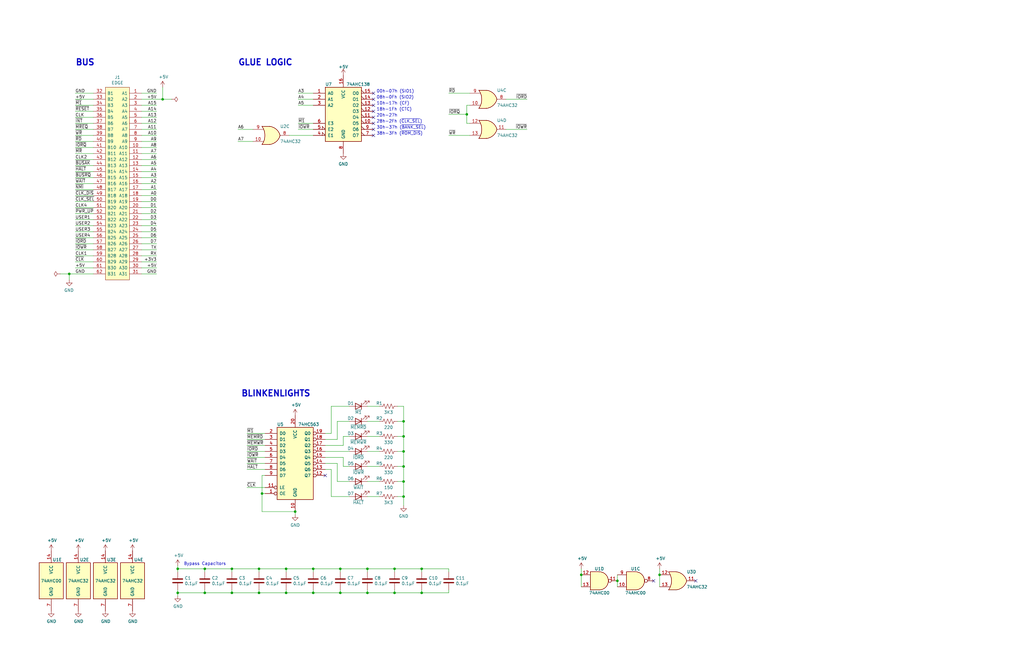
<source format=kicad_sch>
(kicad_sch (version 20211123) (generator eeschema)
  (paper "USLedger")
  (title_block (title "SIO and CTC") (date "2022-10-27") (rev "1") (company "Frédéric Segard a.k.a. Micro Hobbyist"))
  (lib_symbols
    (symbol "0_Z80_Library:74HC563" (pin_names (offset 1.016))
      (property "Reference" "U" (at 1.27 19.05 0))
      (property "Value" "74HC563" (at 1.27 16.51 0))
      (symbol "74HC563_1_0"
        (pin input inverted (at -12.7 -12.7 0) (length 5.08) (name "OE") (number "1"))
        (pin power_in line (at 0 -20.32 90) (length 5.08) (name "GND") (number "10"))
        (pin input inverted (at -12.7 -10.16 0) (length 5.08) (name "LE") (number "11"))
        (pin tri_state inverted (at 12.7 -5.08 180) (length 5.08) (name "Q7") (number "12"))
        (pin tri_state inverted (at 12.7 -2.54 180) (length 5.08) (name "Q6") (number "13"))
        (pin tri_state inverted (at 12.7 0 180) (length 5.08) (name "Q5") (number "14"))
        (pin tri_state inverted (at 12.7 2.54 180) (length 5.08) (name "Q4") (number "15"))
        (pin tri_state inverted (at 12.7 5.08 180) (length 5.08) (name "Q3") (number "16"))
        (pin tri_state inverted (at 12.7 7.62 180) (length 5.08) (name "Q2") (number "17"))
        (pin tri_state inverted (at 12.7 10.16 180) (length 5.08) (name "Q1") (number "18"))
        (pin tri_state inverted (at 12.7 12.7 180) (length 5.08) (name "Q0") (number "19"))
        (pin input line (at -12.7 12.7 0) (length 5.08) (name "D0") (number "2"))
        (pin power_in line (at 0 20.32 270) (length 5.08) (name "VCC") (number "20"))
        (pin input line (at -12.7 10.16 0) (length 5.08) (name "D1") (number "3"))
        (pin input line (at -12.7 7.62 0) (length 5.08) (name "D2") (number "4"))
        (pin input line (at -12.7 5.08 0) (length 5.08) (name "D3") (number "5"))
        (pin input line (at -12.7 2.54 0) (length 5.08) (name "D4") (number "6"))
        (pin input line (at -12.7 0 0) (length 5.08) (name "D5") (number "7"))
        (pin input line (at -12.7 -2.54 0) (length 5.08) (name "D6") (number "8"))
        (pin input line (at -12.7 -5.08 0) (length 5.08) (name "D7") (number "9"))
      )
    )
    (symbol "0_Z80_Library:ISA_CARD_CONNECTOR" (pin_names (offset 0.762))
      (property "Reference" "J" (at 0 4.445 0))
      (property "Value" "ISA_CARD_CONNECTOR" (at 0 1.905 0))
      (symbol "ISA_CARD_CONNECTOR_0_0"
        (pin passive line (at 10.16 -2.54 180) (length 5.08) (name "A1") (number "1"))
        (pin passive line (at 10.16 -25.4 180) (length 5.08) (name "A10") (number "10"))
        (pin passive line (at 10.16 -27.94 180) (length 5.08) (name "A11") (number "11"))
        (pin passive line (at 10.16 -30.48 180) (length 5.08) (name "A12") (number "12"))
        (pin passive line (at 10.16 -33.02 180) (length 5.08) (name "A13") (number "13"))
        (pin passive line (at 10.16 -35.56 180) (length 5.08) (name "A14") (number "14"))
        (pin passive line (at 10.16 -38.1 180) (length 5.08) (name "A15") (number "15"))
        (pin passive line (at 10.16 -40.64 180) (length 5.08) (name "A16") (number "16"))
        (pin passive line (at 10.16 -43.18 180) (length 5.08) (name "A17") (number "17"))
        (pin passive line (at 10.16 -45.72 180) (length 5.08) (name "A18") (number "18"))
        (pin passive line (at 10.16 -48.26 180) (length 5.08) (name "A19") (number "19"))
        (pin passive line (at 10.16 -5.08 180) (length 5.08) (name "A2") (number "2"))
        (pin passive line (at 10.16 -50.8 180) (length 5.08) (name "A20") (number "20"))
        (pin passive line (at 10.16 -53.34 180) (length 5.08) (name "A21") (number "21"))
        (pin passive line (at 10.16 -55.88 180) (length 5.08) (name "A22") (number "22"))
        (pin passive line (at 10.16 -58.42 180) (length 5.08) (name "A23") (number "23"))
        (pin passive line (at 10.16 -60.96 180) (length 5.08) (name "A24") (number "24"))
        (pin passive line (at 10.16 -63.5 180) (length 5.08) (name "A25") (number "25"))
        (pin passive line (at 10.16 -66.04 180) (length 5.08) (name "A26") (number "26"))
        (pin passive line (at 10.16 -68.58 180) (length 5.08) (name "A27") (number "27"))
        (pin passive line (at 10.16 -71.12 180) (length 5.08) (name "A28") (number "28"))
        (pin passive line (at 10.16 -73.66 180) (length 5.08) (name "A29") (number "29"))
        (pin passive line (at 10.16 -7.62 180) (length 5.08) (name "A3") (number "3"))
        (pin passive line (at 10.16 -76.2 180) (length 5.08) (name "A30") (number "30"))
        (pin passive line (at 10.16 -78.74 180) (length 5.08) (name "A31") (number "31"))
        (pin passive line (at -10.16 -2.54 0) (length 5.08) (name "B1") (number "32"))
        (pin passive line (at -10.16 -5.08 0) (length 5.08) (name "B2") (number "33"))
        (pin passive line (at -10.16 -7.62 0) (length 5.08) (name "B3") (number "34"))
        (pin passive line (at -10.16 -10.16 0) (length 5.08) (name "B4") (number "35"))
        (pin passive line (at -10.16 -12.7 0) (length 5.08) (name "B5") (number "36"))
        (pin passive line (at -10.16 -15.24 0) (length 5.08) (name "B6") (number "37"))
        (pin passive line (at -10.16 -17.78 0) (length 5.08) (name "B7") (number "38"))
        (pin passive line (at -10.16 -20.32 0) (length 5.08) (name "B8") (number "39"))
        (pin passive line (at 10.16 -10.16 180) (length 5.08) (name "A4") (number "4"))
        (pin passive line (at -10.16 -22.86 0) (length 5.08) (name "B9") (number "40"))
        (pin passive line (at -10.16 -25.4 0) (length 5.08) (name "B10") (number "41"))
        (pin passive line (at -10.16 -27.94 0) (length 5.08) (name "B11") (number "42"))
        (pin passive line (at -10.16 -30.48 0) (length 5.08) (name "B12") (number "43"))
        (pin passive line (at -10.16 -33.02 0) (length 5.08) (name "B13") (number "44"))
        (pin passive line (at -10.16 -35.56 0) (length 5.08) (name "B14") (number "45"))
        (pin passive line (at -10.16 -38.1 0) (length 5.08) (name "B15") (number "46"))
        (pin passive line (at -10.16 -40.64 0) (length 5.08) (name "B16") (number "47"))
        (pin passive line (at -10.16 -43.18 0) (length 5.08) (name "B17") (number "48"))
        (pin passive line (at -10.16 -45.72 0) (length 5.08) (name "B18") (number "49"))
        (pin passive line (at 10.16 -12.7 180) (length 5.08) (name "A5") (number "5"))
        (pin passive line (at -10.16 -48.26 0) (length 5.08) (name "B19") (number "50"))
        (pin passive line (at -10.16 -50.8 0) (length 5.08) (name "B20") (number "51"))
        (pin passive line (at -10.16 -53.34 0) (length 5.08) (name "B21") (number "52"))
        (pin passive line (at -10.16 -55.88 0) (length 5.08) (name "B22") (number "53"))
        (pin passive line (at -10.16 -58.42 0) (length 5.08) (name "B23") (number "54"))
        (pin passive line (at -10.16 -60.96 0) (length 5.08) (name "B24") (number "55"))
        (pin passive line (at -10.16 -63.5 0) (length 5.08) (name "B25") (number "56"))
        (pin passive line (at -10.16 -66.04 0) (length 5.08) (name "B26") (number "57"))
        (pin passive line (at -10.16 -68.58 0) (length 5.08) (name "B27") (number "58"))
        (pin passive line (at -10.16 -71.12 0) (length 5.08) (name "B28") (number "59"))
        (pin passive line (at 10.16 -15.24 180) (length 5.08) (name "A6") (number "6"))
        (pin passive line (at -10.16 -73.66 0) (length 5.08) (name "B29") (number "60"))
        (pin passive line (at -10.16 -76.2 0) (length 5.08) (name "B30") (number "61"))
        (pin passive line (at -10.16 -78.74 0) (length 5.08) (name "B31") (number "62"))
        (pin passive line (at 10.16 -17.78 180) (length 5.08) (name "A7") (number "7"))
        (pin passive line (at 10.16 -20.32 180) (length 5.08) (name "A8") (number "8"))
        (pin passive line (at 10.16 -22.86 180) (length 5.08) (name "A9") (number "9"))
      )
    )
    (symbol "74xx:74HC00" (pin_names (offset 1.016))
      (property "Reference" "U" (at 0 1.27 0))
      (property "Value" "74HC00" (at 0 -1.27 0))
      (symbol "74HC00_1_1"
        (pin input line (at -7.62 2.54 0) (length 3.81) (name "~") (number "1"))
        (pin input line (at -7.62 -2.54 0) (length 3.81) (name "~") (number "2"))
        (pin output inverted (at 7.62 0 180) (length 3.81) (name "~") (number "3"))
      )
      (symbol "74HC00_1_2"
        (pin input inverted (at -7.62 2.54 0) (length 4.318) (name "~") (number "1"))
        (pin input inverted (at -7.62 -2.54 0) (length 4.318) (name "~") (number "2"))
        (pin output line (at 7.62 0 180) (length 3.81) (name "~") (number "3"))
      )
      (symbol "74HC00_2_1"
        (pin input line (at -7.62 2.54 0) (length 3.81) (name "~") (number "4"))
        (pin input line (at -7.62 -2.54 0) (length 3.81) (name "~") (number "5"))
        (pin output inverted (at 7.62 0 180) (length 3.81) (name "~") (number "6"))
      )
      (symbol "74HC00_2_2"
        (pin input inverted (at -7.62 2.54 0) (length 4.318) (name "~") (number "4"))
        (pin input inverted (at -7.62 -2.54 0) (length 4.318) (name "~") (number "5"))
        (pin output line (at 7.62 0 180) (length 3.81) (name "~") (number "6"))
      )
      (symbol "74HC00_3_1"
        (pin input line (at -7.62 -2.54 0) (length 3.81) (name "~") (number "10"))
        (pin output inverted (at 7.62 0 180) (length 3.81) (name "~") (number "8"))
        (pin input line (at -7.62 2.54 0) (length 3.81) (name "~") (number "9"))
      )
      (symbol "74HC00_3_2"
        (pin input inverted (at -7.62 -2.54 0) (length 4.318) (name "~") (number "10"))
        (pin output line (at 7.62 0 180) (length 3.81) (name "~") (number "8"))
        (pin input inverted (at -7.62 2.54 0) (length 4.318) (name "~") (number "9"))
      )
      (symbol "74HC00_4_1"
        (pin output inverted (at 7.62 0 180) (length 3.81) (name "~") (number "11"))
        (pin input line (at -7.62 2.54 0) (length 3.81) (name "~") (number "12"))
        (pin input line (at -7.62 -2.54 0) (length 3.81) (name "~") (number "13"))
      )
      (symbol "74HC00_4_2"
        (pin output line (at 7.62 0 180) (length 3.81) (name "~") (number "11"))
        (pin input inverted (at -7.62 2.54 0) (length 4.318) (name "~") (number "12"))
        (pin input inverted (at -7.62 -2.54 0) (length 4.318) (name "~") (number "13"))
      )
      (symbol "74HC00_5_0"
        (pin power_in line (at 0 12.7 270) (length 5.08) (name "VCC") (number "14"))
        (pin power_in line (at 0 -12.7 90) (length 5.08) (name "GND") (number "7"))
      )
    )
    (symbol "74xx:74LS138" (pin_names (offset 1.016))
      (property "Reference" "U" (at -7.62 11.43 0))
      (property "Value" "74LS138" (at -7.62 -13.97 0))
      (symbol "74LS138_1_0"
        (pin input line (at -12.7 7.62 0) (length 5.08) (name "A0") (number "1"))
        (pin output output_low (at 12.7 -5.08 180) (length 5.08) (name "O5") (number "10"))
        (pin output output_low (at 12.7 -2.54 180) (length 5.08) (name "O4") (number "11"))
        (pin output output_low (at 12.7 0 180) (length 5.08) (name "O3") (number "12"))
        (pin output output_low (at 12.7 2.54 180) (length 5.08) (name "O2") (number "13"))
        (pin output output_low (at 12.7 5.08 180) (length 5.08) (name "O1") (number "14"))
        (pin output output_low (at 12.7 7.62 180) (length 5.08) (name "O0") (number "15"))
        (pin power_in line (at 0 15.24 270) (length 5.08) (name "VCC") (number "16"))
        (pin input line (at -12.7 5.08 0) (length 5.08) (name "A1") (number "2"))
        (pin input line (at -12.7 2.54 0) (length 5.08) (name "A2") (number "3"))
        (pin input input_low (at -12.7 -10.16 0) (length 5.08) (name "E1") (number "4"))
        (pin input input_low (at -12.7 -7.62 0) (length 5.08) (name "E2") (number "5"))
        (pin input line (at -12.7 -5.08 0) (length 5.08) (name "E3") (number "6"))
        (pin output output_low (at 12.7 -10.16 180) (length 5.08) (name "O7") (number "7"))
        (pin power_in line (at 0 -17.78 90) (length 5.08) (name "GND") (number "8"))
        (pin output output_low (at 12.7 -7.62 180) (length 5.08) (name "O6") (number "9"))
      )
    )
    (symbol "74xx:74LS32" (pin_names (offset 1.016))
      (property "Reference" "U" (at 0 1.27 0))
      (property "Value" "74LS32" (at 0 -1.27 0))
      (symbol "74LS32_1_1"
        (pin input line (at -7.62 2.54 0) (length 4.318) (name "~") (number "1"))
        (pin input line (at -7.62 -2.54 0) (length 4.318) (name "~") (number "2"))
        (pin output line (at 7.62 0 180) (length 3.81) (name "~") (number "3"))
      )
      (symbol "74LS32_1_2"
        (pin input inverted (at -7.62 2.54 0) (length 3.81) (name "~") (number "1"))
        (pin input inverted (at -7.62 -2.54 0) (length 3.81) (name "~") (number "2"))
        (pin output inverted (at 7.62 0 180) (length 3.81) (name "~") (number "3"))
      )
      (symbol "74LS32_2_1"
        (pin input line (at -7.62 2.54 0) (length 4.318) (name "~") (number "4"))
        (pin input line (at -7.62 -2.54 0) (length 4.318) (name "~") (number "5"))
        (pin output line (at 7.62 0 180) (length 3.81) (name "~") (number "6"))
      )
      (symbol "74LS32_2_2"
        (pin input inverted (at -7.62 2.54 0) (length 3.81) (name "~") (number "4"))
        (pin input inverted (at -7.62 -2.54 0) (length 3.81) (name "~") (number "5"))
        (pin output inverted (at 7.62 0 180) (length 3.81) (name "~") (number "6"))
      )
      (symbol "74LS32_3_1"
        (pin input line (at -7.62 -2.54 0) (length 4.318) (name "~") (number "10"))
        (pin output line (at 7.62 0 180) (length 3.81) (name "~") (number "8"))
        (pin input line (at -7.62 2.54 0) (length 4.318) (name "~") (number "9"))
      )
      (symbol "74LS32_3_2"
        (pin input inverted (at -7.62 -2.54 0) (length 3.81) (name "~") (number "10"))
        (pin output inverted (at 7.62 0 180) (length 3.81) (name "~") (number "8"))
        (pin input inverted (at -7.62 2.54 0) (length 3.81) (name "~") (number "9"))
      )
      (symbol "74LS32_4_1"
        (pin output line (at 7.62 0 180) (length 3.81) (name "~") (number "11"))
        (pin input line (at -7.62 2.54 0) (length 4.318) (name "~") (number "12"))
        (pin input line (at -7.62 -2.54 0) (length 4.318) (name "~") (number "13"))
      )
      (symbol "74LS32_4_2"
        (pin output inverted (at 7.62 0 180) (length 3.81) (name "~") (number "11"))
        (pin input inverted (at -7.62 2.54 0) (length 3.81) (name "~") (number "12"))
        (pin input inverted (at -7.62 -2.54 0) (length 3.81) (name "~") (number "13"))
      )
      (symbol "74LS32_5_0"
        (pin power_in line (at 0 12.7 270) (length 5.08) (name "VCC") (number "14"))
        (pin power_in line (at 0 -12.7 90) (length 5.08) (name "GND") (number "7"))
      )
    )
    (symbol "Device:C" (pin_numbers hide) (pin_names (offset 0.254))
      (property "Reference" "C" (at 0.635 2.54 0))
      (property "Value" "C" (at 0.635 -2.54 0))
      (symbol "C_1_1"
        (pin passive line (at 0 3.81 270) (length 2.794) (name "~") (number "1"))
        (pin passive line (at 0 -3.81 90) (length 2.794) (name "~") (number "2"))
      )
    )
    (symbol "Device:LED" (pin_numbers hide) (pin_names (offset 1.016) hide)
      (property "Reference" "D" (at 0 2.54 0))
      (property "Value" "LED" (at 0 -2.54 0))
      (symbol "LED_1_1"
        (pin passive line (at -3.81 0 0) (length 2.54) (name "K") (number "1"))
        (pin passive line (at 3.81 0 180) (length 2.54) (name "A") (number "2"))
      )
    )
    (symbol "Device:R_US" (pin_numbers hide) (pin_names (offset 0))
      (property "Reference" "R" (at 2.54 0 90))
      (property "Value" "R_US" (at -2.54 0 90))
      (symbol "R_US_1_1"
        (pin passive line (at 0 3.81 270) (length 1.27) (name "~") (number "1"))
        (pin passive line (at 0 -3.81 90) (length 1.27) (name "~") (number "2"))
      )
    )
    (symbol "power:+5V" (power) (pin_names (offset 0))
      (property "Value" "+5V" (at 0 3.556 0))
      (symbol "+5V_1_1"
        (pin power_in line (at 0 0 90) (length 0) hide (name "+5V") (number "1"))
      )
    )
    (symbol "power:GND" (power) (pin_names (offset 0))
      (property "Value" "GND" (at 0 -3.81 0))
      (symbol "GND_1_1"
        (pin power_in line (at 0 0 270) (length 0) hide (name "GND") (number "1"))
      )
    )
    (symbol "power:PWR_FLAG" (power) (pin_numbers hide) (pin_names (offset 0) hide)
      (property "Value" "PWR_FLAG" (at 0 3.81 0))
      (symbol "PWR_FLAG_0_0"
        (pin power_out line (at 0 0 90) (length 0) (name "pwr") (number "1"))
      )
    )
  )
  (junction (at 97.79 240.03))
  (junction (at 170.18 196.85))
  (junction (at 132.08 250.19))
  (junction (at 278.13 242.57))
  (junction (at 109.22 240.03))
  (junction (at 29.21 115.57))
  (junction (at 74.93 240.03))
  (junction (at 177.8 250.19))
  (junction (at 154.94 240.03))
  (junction (at 170.18 209.55))
  (junction (at 110.49 208.28))
  (junction (at 97.79 250.19))
  (junction (at 154.94 250.19))
  (junction (at 177.8 240.03))
  (junction (at 143.51 250.19))
  (junction (at 170.18 203.2))
  (junction (at 170.18 177.8))
  (junction (at 124.46 215.9))
  (junction (at 68.58 41.91))
  (junction (at 86.36 240.03))
  (junction (at 132.08 240.03))
  (junction (at 170.18 184.15))
  (junction (at 74.93 250.19))
  (junction (at 170.18 190.5))
  (junction (at 120.65 250.19))
  (junction (at 120.65 240.03))
  (junction (at 143.51 240.03))
  (junction (at 196.85 48.26))
  (junction (at 245.11 242.57))
  (junction (at 166.37 240.03))
  (junction (at 86.36 250.19))
  (junction (at 260.35 245.11))
  (junction (at 109.22 250.19))
  (junction (at 166.37 250.19))
  (no_connect (at 157.48 44.45))
  (no_connect (at 137.16 200.66))
  (no_connect (at 275.59 245.11))
  (no_connect (at 293.37 245.11))
  (no_connect (at 157.48 46.99))
  (no_connect (at 157.48 52.07))
  (no_connect (at 157.48 54.61))
  (no_connect (at 157.48 57.15))
  (no_connect (at 157.48 49.53))
  (no_connect (at 157.48 39.37))
  (no_connect (at 157.48 41.91))
  (wire (pts (xy 31.75 39.37) (xy 39.37 39.37)))
  (wire (pts (xy 59.69 105.41) (xy 66.04 105.41)))
  (wire (pts (xy 166.37 241.3) (xy 166.37 240.03)))
  (wire (pts (xy 189.23 241.3) (xy 189.23 240.03)))
  (wire (pts (xy 170.18 177.8) (xy 170.18 184.15)))
  (wire (pts (xy 137.16 195.58) (xy 142.24 195.58)))
  (wire (pts (xy 104.14 182.88) (xy 111.76 182.88)))
  (wire (pts (xy 59.69 95.25) (xy 66.04 95.25)))
  (wire (pts (xy 177.8 240.03) (xy 166.37 240.03)))
  (wire (pts (xy 144.78 193.04) (xy 144.78 196.85)))
  (wire (pts (xy 167.64 203.2) (xy 170.18 203.2)))
  (wire (pts (xy 167.64 190.5) (xy 170.18 190.5)))
  (wire (pts (xy 31.75 87.63) (xy 39.37 87.63)))
  (wire (pts (xy 154.94 209.55) (xy 160.02 209.55)))
  (wire (pts (xy 109.22 248.92) (xy 109.22 250.19)))
  (wire (pts (xy 59.69 54.61) (xy 66.04 54.61)))
  (wire (pts (xy 31.75 59.69) (xy 39.37 59.69)))
  (wire (pts (xy 59.69 69.85) (xy 66.04 69.85)))
  (wire (pts (xy 74.93 248.92) (xy 74.93 250.19)))
  (wire (pts (xy 120.65 240.03) (xy 109.22 240.03)))
  (wire (pts (xy 31.75 74.93) (xy 39.37 74.93)))
  (wire (pts (xy 31.75 82.55) (xy 39.37 82.55)))
  (wire (pts (xy 29.21 115.57) (xy 39.37 115.57)))
  (wire (pts (xy 132.08 250.19) (xy 143.51 250.19)))
  (wire (pts (xy 31.75 62.23) (xy 39.37 62.23)))
  (wire (pts (xy 142.24 185.42) (xy 142.24 177.8)))
  (wire (pts (xy 137.16 182.88) (xy 139.7 182.88)))
  (wire (pts (xy 189.23 39.37) (xy 198.12 39.37)))
  (wire (pts (xy 86.36 240.03) (xy 74.93 240.03)))
  (wire (pts (xy 170.18 190.5) (xy 170.18 196.85)))
  (wire (pts (xy 142.24 195.58) (xy 142.24 203.2)))
  (wire (pts (xy 121.92 57.15) (xy 132.08 57.15)))
  (wire (pts (xy 59.69 102.87) (xy 66.04 102.87)))
  (wire (pts (xy 97.79 250.19) (xy 109.22 250.19)))
  (wire (pts (xy 59.69 92.71) (xy 66.04 92.71)))
  (wire (pts (xy 154.94 177.8) (xy 160.02 177.8)))
  (wire (pts (xy 167.64 171.45) (xy 170.18 171.45)))
  (wire (pts (xy 167.64 184.15) (xy 170.18 184.15)))
  (wire (pts (xy 120.65 241.3) (xy 120.65 240.03)))
  (wire (pts (xy 31.75 44.45) (xy 39.37 44.45)))
  (wire (pts (xy 154.94 248.92) (xy 154.94 250.19)))
  (wire (pts (xy 86.36 250.19) (xy 97.79 250.19)))
  (wire (pts (xy 104.14 193.04) (xy 111.76 193.04)))
  (wire (pts (xy 59.69 100.33) (xy 66.04 100.33)))
  (wire (pts (xy 177.8 250.19) (xy 189.23 250.19)))
  (wire (pts (xy 109.22 250.19) (xy 120.65 250.19)))
  (wire (pts (xy 167.64 196.85) (xy 170.18 196.85)))
  (wire (pts (xy 196.85 44.45) (xy 198.12 44.45)))
  (wire (pts (xy 31.75 52.07) (xy 39.37 52.07)))
  (wire (pts (xy 120.65 248.92) (xy 120.65 250.19)))
  (wire (pts (xy 59.69 41.91) (xy 68.58 41.91)))
  (wire (pts (xy 31.75 107.95) (xy 39.37 107.95)))
  (wire (pts (xy 189.23 248.92) (xy 189.23 250.19)))
  (wire (pts (xy 31.75 95.25) (xy 39.37 95.25)))
  (wire (pts (xy 170.18 203.2) (xy 170.18 209.55)))
  (wire (pts (xy 125.73 54.61) (xy 132.08 54.61)))
  (wire (pts (xy 139.7 182.88) (xy 139.7 171.45)))
  (wire (pts (xy 125.73 44.45) (xy 132.08 44.45)))
  (wire (pts (xy 196.85 52.07) (xy 198.12 52.07)))
  (wire (pts (xy 31.75 90.17) (xy 39.37 90.17)))
  (wire (pts (xy 100.33 59.69) (xy 106.68 59.69)))
  (wire (pts (xy 125.73 52.07) (xy 132.08 52.07)))
  (wire (pts (xy 97.79 240.03) (xy 86.36 240.03)))
  (wire (pts (xy 74.93 250.19) (xy 86.36 250.19)))
  (wire (pts (xy 137.16 185.42) (xy 142.24 185.42)))
  (wire (pts (xy 31.75 105.41) (xy 39.37 105.41)))
  (wire (pts (xy 74.93 240.03) (xy 74.93 241.3)))
  (wire (pts (xy 59.69 90.17) (xy 66.04 90.17)))
  (wire (pts (xy 213.36 41.91) (xy 222.25 41.91)))
  (wire (pts (xy 104.14 205.74) (xy 111.76 205.74)))
  (wire (pts (xy 31.75 80.01) (xy 39.37 80.01)))
  (wire (pts (xy 137.16 190.5) (xy 147.32 190.5)))
  (wire (pts (xy 31.75 110.49) (xy 39.37 110.49)))
  (wire (pts (xy 31.75 57.15) (xy 39.37 57.15)))
  (wire (pts (xy 170.18 171.45) (xy 170.18 177.8)))
  (wire (pts (xy 189.23 57.15) (xy 198.12 57.15)))
  (wire (pts (xy 167.64 177.8) (xy 170.18 177.8)))
  (wire (pts (xy 132.08 248.92) (xy 132.08 250.19)))
  (wire (pts (xy 74.93 250.19) (xy 74.93 251.46)))
  (wire (pts (xy 104.14 198.12) (xy 111.76 198.12)))
  (wire (pts (xy 97.79 241.3) (xy 97.79 240.03)))
  (wire (pts (xy 110.49 200.66) (xy 110.49 208.28)))
  (wire (pts (xy 139.7 209.55) (xy 147.32 209.55)))
  (wire (pts (xy 278.13 242.57) (xy 278.13 247.65)))
  (wire (pts (xy 125.73 39.37) (xy 132.08 39.37)))
  (wire (pts (xy 31.75 46.99) (xy 39.37 46.99)))
  (wire (pts (xy 260.35 245.11) (xy 260.35 247.65)))
  (wire (pts (xy 154.94 184.15) (xy 160.02 184.15)))
  (wire (pts (xy 170.18 209.55) (xy 170.18 213.36)))
  (wire (pts (xy 132.08 241.3) (xy 132.08 240.03)))
  (wire (pts (xy 111.76 200.66) (xy 110.49 200.66)))
  (wire (pts (xy 59.69 46.99) (xy 66.04 46.99)))
  (wire (pts (xy 31.75 92.71) (xy 39.37 92.71)))
  (wire (pts (xy 189.23 240.03) (xy 177.8 240.03)))
  (wire (pts (xy 154.94 190.5) (xy 160.02 190.5)))
  (wire (pts (xy 170.18 196.85) (xy 170.18 203.2)))
  (wire (pts (xy 144.78 196.85) (xy 147.32 196.85)))
  (wire (pts (xy 139.7 171.45) (xy 147.32 171.45)))
  (wire (pts (xy 59.69 64.77) (xy 66.04 64.77)))
  (wire (pts (xy 177.8 248.92) (xy 177.8 250.19)))
  (wire (pts (xy 260.35 242.57) (xy 260.35 245.11)))
  (wire (pts (xy 86.36 248.92) (xy 86.36 250.19)))
  (wire (pts (xy 59.69 74.93) (xy 66.04 74.93)))
  (wire (pts (xy 144.78 187.96) (xy 144.78 184.15)))
  (wire (pts (xy 125.73 41.91) (xy 132.08 41.91)))
  (wire (pts (xy 137.16 193.04) (xy 144.78 193.04)))
  (wire (pts (xy 29.21 115.57) (xy 29.21 118.11)))
  (wire (pts (xy 31.75 97.79) (xy 39.37 97.79)))
  (wire (pts (xy 166.37 240.03) (xy 154.94 240.03)))
  (wire (pts (xy 104.14 187.96) (xy 111.76 187.96)))
  (wire (pts (xy 59.69 52.07) (xy 66.04 52.07)))
  (wire (pts (xy 59.69 87.63) (xy 66.04 87.63)))
  (wire (pts (xy 59.69 59.69) (xy 66.04 59.69)))
  (wire (pts (xy 100.33 54.61) (xy 106.68 54.61)))
  (wire (pts (xy 59.69 113.03) (xy 66.04 113.03)))
  (wire (pts (xy 59.69 85.09) (xy 66.04 85.09)))
  (wire (pts (xy 59.69 39.37) (xy 66.04 39.37)))
  (wire (pts (xy 59.69 72.39) (xy 66.04 72.39)))
  (wire (pts (xy 68.58 36.83) (xy 68.58 41.91)))
  (wire (pts (xy 110.49 208.28) (xy 110.49 215.9)))
  (wire (pts (xy 59.69 49.53) (xy 66.04 49.53)))
  (wire (pts (xy 31.75 49.53) (xy 39.37 49.53)))
  (wire (pts (xy 66.04 110.49) (xy 59.69 110.49)))
  (wire (pts (xy 25.4 115.57) (xy 29.21 115.57)))
  (wire (pts (xy 31.75 85.09) (xy 39.37 85.09)))
  (wire (pts (xy 31.75 77.47) (xy 39.37 77.47)))
  (wire (pts (xy 109.22 240.03) (xy 97.79 240.03)))
  (wire (pts (xy 31.75 113.03) (xy 39.37 113.03)))
  (wire (pts (xy 142.24 203.2) (xy 147.32 203.2)))
  (wire (pts (xy 144.78 184.15) (xy 147.32 184.15)))
  (wire (pts (xy 110.49 208.28) (xy 111.76 208.28)))
  (wire (pts (xy 143.51 240.03) (xy 132.08 240.03)))
  (wire (pts (xy 137.16 187.96) (xy 144.78 187.96)))
  (wire (pts (xy 104.14 195.58) (xy 111.76 195.58)))
  (wire (pts (xy 132.08 240.03) (xy 120.65 240.03)))
  (wire (pts (xy 167.64 209.55) (xy 170.18 209.55)))
  (wire (pts (xy 137.16 198.12) (xy 139.7 198.12)))
  (wire (pts (xy 245.11 247.65) (xy 245.11 242.57)))
  (wire (pts (xy 170.18 184.15) (xy 170.18 190.5)))
  (wire (pts (xy 154.94 241.3) (xy 154.94 240.03)))
  (wire (pts (xy 124.46 215.9) (xy 110.49 215.9)))
  (wire (pts (xy 196.85 48.26) (xy 196.85 52.07)))
  (wire (pts (xy 104.14 190.5) (xy 111.76 190.5)))
  (wire (pts (xy 104.14 185.42) (xy 111.76 185.42)))
  (wire (pts (xy 189.23 48.26) (xy 196.85 48.26)))
  (wire (pts (xy 166.37 250.19) (xy 177.8 250.19)))
  (wire (pts (xy 59.69 115.57) (xy 66.04 115.57)))
  (wire (pts (xy 31.75 64.77) (xy 39.37 64.77)))
  (wire (pts (xy 86.36 241.3) (xy 86.36 240.03)))
  (wire (pts (xy 31.75 67.31) (xy 39.37 67.31)))
  (wire (pts (xy 59.69 62.23) (xy 66.04 62.23)))
  (wire (pts (xy 278.13 240.03) (xy 278.13 242.57)))
  (wire (pts (xy 154.94 196.85) (xy 160.02 196.85)))
  (wire (pts (xy 59.69 82.55) (xy 66.04 82.55)))
  (wire (pts (xy 245.11 242.57) (xy 245.11 240.03)))
  (wire (pts (xy 177.8 241.3) (xy 177.8 240.03)))
  (wire (pts (xy 74.93 238.76) (xy 74.93 240.03)))
  (wire (pts (xy 31.75 69.85) (xy 39.37 69.85)))
  (wire (pts (xy 31.75 102.87) (xy 39.37 102.87)))
  (wire (pts (xy 143.51 248.92) (xy 143.51 250.19)))
  (wire (pts (xy 142.24 177.8) (xy 147.32 177.8)))
  (wire (pts (xy 97.79 248.92) (xy 97.79 250.19)))
  (wire (pts (xy 31.75 41.91) (xy 39.37 41.91)))
  (wire (pts (xy 196.85 44.45) (xy 196.85 48.26)))
  (wire (pts (xy 143.51 241.3) (xy 143.51 240.03)))
  (wire (pts (xy 31.75 72.39) (xy 39.37 72.39)))
  (wire (pts (xy 59.69 107.95) (xy 66.04 107.95)))
  (wire (pts (xy 109.22 241.3) (xy 109.22 240.03)))
  (wire (pts (xy 31.75 100.33) (xy 39.37 100.33)))
  (wire (pts (xy 72.39 41.91) (xy 68.58 41.91)))
  (wire (pts (xy 139.7 198.12) (xy 139.7 209.55)))
  (wire (pts (xy 124.46 215.9) (xy 124.46 217.17)))
  (wire (pts (xy 59.69 57.15) (xy 66.04 57.15)))
  (wire (pts (xy 59.69 97.79) (xy 66.04 97.79)))
  (wire (pts (xy 143.51 250.19) (xy 154.94 250.19)))
  (wire (pts (xy 154.94 203.2) (xy 160.02 203.2)))
  (wire (pts (xy 59.69 44.45) (xy 66.04 44.45)))
  (wire (pts (xy 59.69 77.47) (xy 66.04 77.47)))
  (wire (pts (xy 59.69 67.31) (xy 66.04 67.31)))
  (wire (pts (xy 120.65 250.19) (xy 132.08 250.19)))
  (wire (pts (xy 59.69 80.01) (xy 66.04 80.01)))
  (wire (pts (xy 166.37 248.92) (xy 166.37 250.19)))
  (wire (pts (xy 154.94 171.45) (xy 160.02 171.45)))
  (wire (pts (xy 154.94 240.03) (xy 143.51 240.03)))
  (wire (pts (xy 154.94 250.19) (xy 166.37 250.19)))
  (wire (pts (xy 213.36 54.61) (xy 222.25 54.61)))
  (wire (pts (xy 31.75 54.61) (xy 39.37 54.61)))
  (text "08h-0Fh (SIO2)" (at 158.75 41.91 0) (effects (font (size 1.27 1.27)) (justify left bottom)))
  (text "38h-3Fh (~{ROM_DIS})" (at 158.75 57.15 0) (effects (font (size 1.27 1.27)) (justify left bottom)))
  (text "GLUE LOGIC" (at 100.33 27.94 0) (effects (font (size 2.54 2.54) (thickness 0.508) bold) (justify left bottom)))
  (text "00h-07h (SIO1)" (at 158.75 39.37 0) (effects (font (size 1.27 1.27)) (justify left bottom)))
  (text "BLINKENLIGHTS" (at 101.6 167.64 0) (effects (font (size 2.54 2.54) (thickness 0.508) bold) (justify left bottom)))
  (text "BUS" (at 31.75 27.94 0) (effects (font (size 2.54 2.54) (thickness 0.508) bold) (justify left bottom)))
  (text "18h-1Fh (CTC)" (at 158.75 46.99 0) (effects (font (size 1.27 1.27)) (justify left bottom)))
  (text "30h-37h (~{BANK_SEL})" (at 158.75 54.61 0) (effects (font (size 1.27 1.27)) (justify left bottom)))
  (text "10h-17h (CF)" (at 158.75 44.45 0) (effects (font (size 1.27 1.27)) (justify left bottom)))
  (text "20h-27h" (at 167.64 49.53 180) (effects (font (size 1.27 1.27)) (justify right bottom)))
  (text "Bypass Capacitors" (at 77.47 238.76 0) (effects (font (size 1.27 1.27)) (justify left bottom)))
  (text "28h-2Fh (~{CLK_SEL})" (at 158.75 52.07 0) (effects (font (size 1.27 1.27)) (justify left bottom)))
  (label "A11" (at 66.04 54.61 180))
  (label "~{WAIT}" (at 104.14 195.58 0))
  (label "A3" (at 125.73 39.37 0))
  (label "A7" (at 66.04 64.77 180))
  (label "~{WR}" (at 31.75 57.15 0))
  (label "A7" (at 100.33 59.69 0))
  (label "USER1" (at 31.75 92.71 0))
  (label "+5V" (at 66.04 113.03 180))
  (label "D0" (at 66.04 85.09 180))
  (label "~{MEMWR}" (at 104.14 187.96 0))
  (label "A6" (at 66.04 67.31 180))
  (label "+5V" (at 31.75 41.91 0))
  (label "~{IORD}" (at 31.75 102.87 0))
  (label "A6" (at 100.33 54.61 0))
  (label "~{MEMRD}" (at 104.14 185.42 0))
  (label "~{MR}" (at 31.75 64.77 0))
  (label "+5V" (at 31.75 113.03 0))
  (label "A15" (at 66.04 44.45 180))
  (label "A5" (at 125.73 44.45 0))
  (label "A9" (at 66.04 59.69 180))
  (label "~{HALT}" (at 104.14 198.12 0))
  (label "GND" (at 31.75 39.37 0))
  (label "A0" (at 66.04 82.55 180))
  (label "GND" (at 66.04 39.37 180))
  (label "A3" (at 66.04 74.93 180))
  (label "~{PWR_UP}" (at 31.75 90.17 0))
  (label "~{M1}" (at 125.73 52.07 0))
  (label "D7" (at 66.04 102.87 180))
  (label "USER2" (at 31.75 95.25 0))
  (label "~{HALT}" (at 31.75 72.39 0))
  (label "A13" (at 66.04 49.53 180))
  (label "D4" (at 66.04 95.25 180))
  (label "~{NMI}" (at 31.75 80.01 0))
  (label "D1" (at 66.04 87.63 180))
  (label "D5" (at 66.04 97.79 180))
  (label "~{CLK_SEL}" (at 31.75 85.09 0))
  (label "~{WAIT}" (at 31.75 77.47 0))
  (label "~{BUSRQ}" (at 31.75 74.93 0))
  (label "A8" (at 66.04 62.23 180))
  (label "A4" (at 66.04 72.39 180))
  (label "A5" (at 66.04 69.85 180))
  (label "~{INT}" (at 31.75 52.07 0))
  (label "GND" (at 31.75 115.57 0))
  (label "~{CLK_DIS}" (at 31.75 82.55 0))
  (label "A1" (at 66.04 80.01 180))
  (label "+5V" (at 66.04 41.91 180))
  (label "CLK" (at 31.75 49.53 0))
  (label "A12" (at 66.04 52.07 180))
  (label "~{IOWR}" (at 104.14 193.04 0))
  (label "~{WR}" (at 189.23 57.15 0))
  (label "A10" (at 66.04 57.15 180))
  (label "~{RD}" (at 189.23 39.37 0))
  (label "D3" (at 66.04 92.71 180))
  (label "~{IORD}" (at 104.14 190.5 0))
  (label "~{M1}" (at 104.14 182.88 0))
  (label "A14" (at 66.04 46.99 180))
  (label "~{M1}" (at 31.75 44.45 0))
  (label "CLK1" (at 31.75 107.95 0))
  (label "~{IORD}" (at 222.25 41.91 180))
  (label "D6" (at 66.04 100.33 180))
  (label "~{CLK}" (at 104.14 205.74 0))
  (label "TX" (at 66.04 105.41 180))
  (label "USER4" (at 31.75 100.33 0))
  (label "~{RESET}" (at 31.75 46.99 0))
  (label "~{IORQ}" (at 189.23 48.26 0))
  (label "~{IOWR}" (at 31.75 105.41 0))
  (label "~{RD}" (at 31.75 59.69 0))
  (label "USER3" (at 31.75 97.79 0))
  (label "+3V3" (at 66.04 110.49 180))
  (label "~{CLK}" (at 31.75 110.49 0))
  (label "RX" (at 66.04 107.95 180))
  (label "~{BUSAK}" (at 31.75 69.85 0))
  (label "~{MREQ}" (at 31.75 54.61 0))
  (label "D2" (at 66.04 90.17 180))
  (label "~{IOWR}" (at 125.73 54.61 0))
  (label "~{IORQ}" (at 31.75 62.23 0))
  (label "GND" (at 66.04 115.57 180))
  (label "A4" (at 125.73 41.91 0))
  (label "CLK2" (at 31.75 67.31 0))
  (label "A2" (at 66.04 77.47 180))
  (label "CLK4" (at 31.75 87.63 0))
  (label "~{IOWR}" (at 222.25 54.61 180))
  (symbol (lib_id "0_Z80_Library:ISA_CARD_CONNECTOR") (at 49.53 36.83 0) (unit 1)
    (property "Reference" "J1" (at 49.53 32.639 0))
    (property "Value" "EDGE" (at 49.53 34.9504 0))
    (property "Footprint" "0_Z80_Library:BUS_XT" (effects hide))
    (property "Datasheet" "https://www.te.com/commerce/DocumentDelivery/DDEController?Action=showdoc&DocId=Customer+Drawing%7F5530843%7FF8%7Fpdf%7FEnglish%7FENG_CD_5530843_F8.pdf%7F6-5530843-5" (effects hide))
    (property "Description" "Standard Card Edge Connectors 100 VRT 062DP" (effects hide))
    (property "Height" "15.494" (effects hide))
    (property "Mouser Part Number" "571-6-5530843-5" (effects hide))
    (property "Mouser Price/Stock" "https://www.mouser.co.uk/ProductDetail/TE-Connectivity/6-5530843-5?qs=X1mjqRbeMc4evMKvgkFEjA%3D%3D" (effects hide))
    (property "Manufacturer_Name" "TE Connectivity" (effects hide))
    (property "Manufacturer_Part_Number" "6-5530843-5" (effects hide))
  )
  (symbol (lib_id "power:GND") (at 170.18 213.36 0) (unit 1)
    (property "Reference" "#PWR021" (effects hide))
    (property "Value" "GND" (at 170.18 217.8034 0))
  )
  (symbol (lib_id "Device:C") (at 120.65 245.11 0) (unit 1)
    (property "Reference" "C5" (at 123.571 243.9416 0) (effects (justify left)))
    (property "Value" "0.1µF" (at 123.571 246.253 0) (effects (justify left)))
    (property "Footprint" "Capacitor_THT:C_Disc_D3.0mm_W1.6mm_P2.50mm" (effects hide))
  )
  (symbol (lib_id "74xx:74LS32") (at 285.75 245.11 0) (unit 4)
    (property "Reference" "U3" (at 289.56 241.3 0) (effects (justify left)))
    (property "Value" "74AHC32" (at 289.56 247.65 0) (effects (justify left)))
    (property "Footprint" "Package_DIP:DIP-14_W7.62mm_Socket" (effects hide))
    (property "Datasheet" "http://www.ti.com/lit/gpn/sn74LS32" (effects hide))
  )
  (symbol (lib_id "Device:LED") (at 151.13 177.8 180) (unit 1)
    (property "Reference" "D2" (at 149.225 176.53 0) (effects (justify left)))
    (property "Value" "~{MEMRD}" (at 151.13 180.34 0))
    (property "Footprint" "LED_THT:LED_D3.0mm_Horizontal_O1.27mm_Z2.0mm_Clear" (effects hide))
  )
  (symbol (lib_id "Device:C") (at 97.79 245.11 0) (unit 1)
    (property "Reference" "C3" (at 100.711 243.9416 0) (effects (justify left)))
    (property "Value" "0.1µF" (at 100.711 246.253 0) (effects (justify left)))
    (property "Footprint" "Capacitor_THT:C_Disc_D3.0mm_W1.6mm_P2.50mm" (effects hide))
  )
  (symbol (lib_id "power:GND") (at 124.46 217.17 0) (unit 1)
    (property "Reference" "#PWR016" (effects hide))
    (property "Value" "GND" (at 124.46 221.6134 0))
  )
  (symbol (lib_id "74xx:74LS32") (at 55.88 245.11 0) (unit 5)
    (property "Reference" "U4" (at 56.515 236.22 0) (effects (justify left)))
    (property "Value" "74AHC32" (at 55.88 245.11 0))
    (property "Footprint" "Package_DIP:DIP-14_W7.62mm_Socket" (effects hide))
    (property "Datasheet" "http://www.ti.com/lit/gpn/sn74LS32" (effects hide))
  )
  (symbol (lib_id "power:+5V") (at 245.11 240.03 0) (unit 1)
    (property "Reference" "#PWR027" (effects hide))
    (property "Value" "+5V" (at 245.491 235.6358 0))
  )
  (symbol (lib_id "power:+5V") (at 68.58 36.83 0) (unit 1)
    (property "Reference" "#PWR012" (effects hide))
    (property "Value" "+5V" (at 68.961 32.4358 0))
  )
  (symbol (lib_id "Device:C") (at 177.8 245.11 0) (unit 1)
    (property "Reference" "C10" (at 180.721 243.9416 0) (effects (justify left)))
    (property "Value" "0.1µF" (at 180.721 246.253 0) (effects (justify left)))
    (property "Footprint" "Capacitor_THT:C_Disc_D3.0mm_W1.6mm_P2.50mm" (effects hide))
  )
  (symbol (lib_id "Device:LED") (at 151.13 203.2 180) (unit 1)
    (property "Reference" "D6" (at 149.225 201.93 0) (effects (justify left)))
    (property "Value" "~{WAIT}" (at 151.13 205.74 0))
    (property "Footprint" "LED_THT:LED_D3.0mm_Horizontal_O1.27mm_Z2.0mm_Clear" (effects hide))
  )
  (symbol (lib_id "74xx:74HC00") (at 267.97 245.11 0) (unit 3)
    (property "Reference" "U1" (at 267.97 240.03 0))
    (property "Value" "74AHC00" (at 267.97 250.19 0))
    (property "Footprint" "Package_DIP:DIP-14_W7.62mm_Socket" (effects hide))
    (property "Datasheet" "http://www.ti.com/lit/gpn/sn74hc00" (effects hide))
  )
  (symbol (lib_id "74xx:74HC00") (at 21.59 245.11 0) (unit 5)
    (property "Reference" "U1" (at 24.13 236.22 0))
    (property "Value" "74AHC00" (at 21.59 245.11 0))
    (property "Footprint" "Package_DIP:DIP-14_W7.62mm_Socket" (effects hide))
    (property "Datasheet" "http://www.ti.com/lit/gpn/sn74hc00" (effects hide))
  )
  (symbol (lib_id "power:+5V") (at 33.02 232.41 0) (unit 1)
    (property "Reference" "#PWR04" (effects hide))
    (property "Value" "+5V" (at 33.401 228.0158 0))
  )
  (symbol (lib_id "Device:R_US") (at 163.83 184.15 90) (unit 1)
    (property "Reference" "R3" (at 161.29 182.88 90) (effects (justify left)))
    (property "Value" "330" (at 163.83 186.69 90))
    (property "Footprint" "Resistor_THT:R_Axial_DIN0207_L6.3mm_D2.5mm_P10.16mm_Horizontal" (effects hide))
  )
  (symbol (lib_id "power:GND") (at 74.93 251.46 0) (unit 1)
    (property "Reference" "#PWR014" (effects hide))
    (property "Value" "GND" (at 75.057 255.8542 0))
  )
  (symbol (lib_id "power:PWR_FLAG") (at 25.4 115.57 90) (mirror x) (unit 1)
    (property "Reference" "#FLG01" (effects hide))
    (property "Value" "PWR_FLAG" (effects hide))
  )
  (symbol (lib_id "power:+5V") (at 44.45 232.41 0) (unit 1)
    (property "Reference" "#PWR06" (effects hide))
    (property "Value" "+5V" (at 44.831 228.0158 0))
  )
  (symbol (lib_id "power:+5V") (at 278.13 240.03 0) (unit 1)
    (property "Reference" "#PWR031" (effects hide))
    (property "Value" "+5V" (at 278.511 235.6358 0))
  )
  (symbol (lib_id "Device:C") (at 109.22 245.11 0) (unit 1)
    (property "Reference" "C4" (at 112.141 243.9416 0) (effects (justify left)))
    (property "Value" "0.1µF" (at 112.141 246.253 0) (effects (justify left)))
    (property "Footprint" "Capacitor_THT:C_Disc_D3.0mm_W1.6mm_P2.50mm" (effects hide))
  )
  (symbol (lib_id "power:+5V") (at 74.93 238.76 0) (unit 1)
    (property "Reference" "#PWR013" (effects hide))
    (property "Value" "+5V" (at 75.311 234.3658 0))
  )
  (symbol (lib_id "74xx:74LS32") (at 205.74 54.61 0) (unit 4)
    (property "Reference" "U4" (at 209.55 50.8 0) (effects (justify left)))
    (property "Value" "74AHC32" (at 209.55 57.15 0) (effects (justify left)))
    (property "Footprint" "Package_DIP:DIP-14_W7.62mm_Socket" (effects hide))
    (property "Datasheet" "http://www.ti.com/lit/gpn/sn74LS32" (effects hide))
  )
  (symbol (lib_id "0_Z80_Library:74HC563") (at 124.46 195.58 0) (unit 1)
    (property "Reference" "U5" (at 116.84 179.07 0) (effects (justify left)))
    (property "Value" "74HC563" (at 125.73 179.07 0) (effects (justify left)))
    (property "Footprint" "Package_DIP:DIP-20_W7.62mm_Socket" (effects hide))
    (property "Datasheet" "74xx/74hc573.pdf" (effects hide))
  )
  (symbol (lib_id "Device:C") (at 143.51 245.11 0) (unit 1)
    (property "Reference" "C7" (at 146.431 243.9416 0) (effects (justify left)))
    (property "Value" "0.1µF" (at 146.431 246.253 0) (effects (justify left)))
    (property "Footprint" "Capacitor_THT:C_Disc_D3.0mm_W1.6mm_P2.50mm" (effects hide))
  )
  (symbol (lib_id "Device:R_US") (at 163.83 190.5 90) (unit 1)
    (property "Reference" "R4" (at 161.29 189.23 90) (effects (justify left)))
    (property "Value" "220" (at 163.83 193.04 90))
    (property "Footprint" "Resistor_THT:R_Axial_DIN0207_L6.3mm_D2.5mm_P10.16mm_Horizontal" (effects hide))
  )
  (symbol (lib_id "Device:C") (at 189.23 245.11 0) (unit 1)
    (property "Reference" "C11" (at 192.151 243.9416 0) (effects (justify left)))
    (property "Value" "0.1µF" (at 192.151 246.253 0) (effects (justify left)))
    (property "Footprint" "Capacitor_THT:C_Disc_D3.0mm_W1.6mm_P2.50mm" (effects hide))
  )
  (symbol (lib_id "74xx:74LS138") (at 144.78 46.99 0) (unit 1)
    (property "Reference" "U7" (at 137.16 35.56 0) (effects (justify left)))
    (property "Value" "74AHC138" (at 146.05 35.56 0) (effects (justify left)))
    (property "Footprint" "Package_DIP:DIP-16_W7.62mm_Socket" (effects hide))
    (property "Datasheet" "http://www.ti.com/lit/gpn/sn74LS138" (effects hide))
  )
  (symbol (lib_id "power:GND") (at 33.02 257.81 0) (unit 1)
    (property "Reference" "#PWR05" (effects hide))
    (property "Value" "GND" (at 33.147 262.2042 0))
  )
  (symbol (lib_id "74xx:74LS32") (at 44.45 245.11 0) (unit 5)
    (property "Reference" "U3" (at 45.085 236.22 0) (effects (justify left)))
    (property "Value" "74AHC32" (at 44.45 245.11 0))
    (property "Footprint" "Package_DIP:DIP-14_W7.62mm_Socket" (effects hide))
    (property "Datasheet" "http://www.ti.com/lit/gpn/sn74LS32" (effects hide))
  )
  (symbol (lib_id "power:+5V") (at 55.88 232.41 0) (unit 1)
    (property "Reference" "#PWR010" (effects hide))
    (property "Value" "+5V" (at 56.261 228.0158 0))
  )
  (symbol (lib_id "power:GND") (at 44.45 257.81 0) (unit 1)
    (property "Reference" "#PWR07" (effects hide))
    (property "Value" "GND" (at 44.577 262.2042 0))
  )
  (symbol (lib_id "power:+5V") (at 21.59 232.41 0) (unit 1)
    (property "Reference" "#PWR01" (effects hide))
    (property "Value" "+5V" (at 21.971 228.0158 0))
  )
  (symbol (lib_id "Device:C") (at 166.37 245.11 0) (unit 1)
    (property "Reference" "C9" (at 169.291 243.9416 0) (effects (justify left)))
    (property "Value" "0.1µF" (at 169.291 246.253 0) (effects (justify left)))
    (property "Footprint" "Capacitor_THT:C_Disc_D3.0mm_W1.6mm_P2.50mm" (effects hide))
  )
  (symbol (lib_id "Device:C") (at 74.93 245.11 0) (unit 1)
    (property "Reference" "C1" (at 77.851 243.9416 0) (effects (justify left)))
    (property "Value" "0.1µF" (at 77.851 246.253 0) (effects (justify left)))
    (property "Footprint" "Capacitor_THT:C_Disc_D3.0mm_W1.6mm_P2.50mm" (effects hide))
  )
  (symbol (lib_id "Device:LED") (at 151.13 209.55 180) (unit 1)
    (property "Reference" "D7" (at 149.225 208.28 0) (effects (justify left)))
    (property "Value" "~{HALT}" (at 151.13 212.09 0))
    (property "Footprint" "LED_THT:LED_D3.0mm_Horizontal_O1.27mm_Z2.0mm_Clear" (effects hide))
  )
  (symbol (lib_id "Device:LED") (at 151.13 196.85 180) (unit 1)
    (property "Reference" "D5" (at 149.225 195.58 0) (effects (justify left)))
    (property "Value" "~{IOWR}" (at 151.13 199.39 0))
    (property "Footprint" "LED_THT:LED_D3.0mm_Horizontal_O1.27mm_Z2.0mm_Clear" (effects hide))
  )
  (symbol (lib_id "power:PWR_FLAG") (at 72.39 41.91 270) (unit 1)
    (property "Reference" "#FLG02" (effects hide))
    (property "Value" "PWR_FLAG" (effects hide))
  )
  (symbol (lib_id "power:+5V") (at 124.46 175.26 0) (unit 1)
    (property "Reference" "#PWR015" (effects hide))
    (property "Value" "+5V" (at 124.841 170.8658 0))
  )
  (symbol (lib_id "74xx:74LS32") (at 114.3 57.15 0) (unit 3)
    (property "Reference" "U2" (at 118.11 53.34 0) (effects (justify left)))
    (property "Value" "74AHC32" (at 118.11 59.69 0) (effects (justify left)))
    (property "Footprint" "Package_DIP:DIP-14_W7.62mm_Socket" (effects hide))
    (property "Datasheet" "http://www.ti.com/lit/gpn/sn74LS32" (effects hide))
  )
  (symbol (lib_id "Device:LED") (at 151.13 190.5 180) (unit 1)
    (property "Reference" "D4" (at 149.225 189.23 0) (effects (justify left)))
    (property "Value" "~{IORD}" (at 151.13 193.04 0))
    (property "Footprint" "LED_THT:LED_D3.0mm_Horizontal_O1.27mm_Z2.0mm_Clear" (effects hide))
  )
  (symbol (lib_id "Device:LED") (at 151.13 171.45 180) (unit 1)
    (property "Reference" "D1" (at 149.225 170.18 0) (effects (justify left)))
    (property "Value" "~{M1}" (at 151.13 173.99 0))
    (property "Footprint" "LED_THT:LED_D3.0mm_Horizontal_O1.27mm_Z2.0mm_Clear" (effects hide))
  )
  (symbol (lib_id "Device:R_US") (at 163.83 177.8 90) (unit 1)
    (property "Reference" "R2" (at 161.29 176.53 90) (effects (justify left)))
    (property "Value" "220" (at 163.83 180.34 90))
    (property "Footprint" "Resistor_THT:R_Axial_DIN0207_L6.3mm_D2.5mm_P10.16mm_Horizontal" (effects hide))
  )
  (symbol (lib_id "Device:R_US") (at 163.83 209.55 90) (unit 1)
    (property "Reference" "R7" (at 161.29 208.28 90) (effects (justify left)))
    (property "Value" "3K3" (at 163.83 212.09 90))
    (property "Footprint" "Resistor_THT:R_Axial_DIN0207_L6.3mm_D2.5mm_P10.16mm_Horizontal" (effects hide))
  )
  (symbol (lib_id "Device:C") (at 86.36 245.11 0) (unit 1)
    (property "Reference" "C2" (at 89.281 243.9416 0) (effects (justify left)))
    (property "Value" "0.1µF" (at 89.281 246.253 0) (effects (justify left)))
    (property "Footprint" "Capacitor_THT:C_Disc_D3.0mm_W1.6mm_P2.50mm" (effects hide))
  )
  (symbol (lib_id "Device:R_US") (at 163.83 203.2 90) (unit 1)
    (property "Reference" "R6" (at 161.29 201.93 90) (effects (justify left)))
    (property "Value" "150" (at 163.83 205.74 90))
    (property "Footprint" "Resistor_THT:R_Axial_DIN0207_L6.3mm_D2.5mm_P10.16mm_Horizontal" (effects hide))
  )
  (symbol (lib_id "Device:LED") (at 151.13 184.15 180) (unit 1)
    (property "Reference" "D3" (at 149.225 182.88 0) (effects (justify left)))
    (property "Value" "~{MEMWR}" (at 151.13 186.69 0))
    (property "Footprint" "LED_THT:LED_D3.0mm_Horizontal_O1.27mm_Z2.0mm_Clear" (effects hide))
  )
  (symbol (lib_id "Device:R_US") (at 163.83 171.45 90) (unit 1)
    (property "Reference" "R1" (at 161.29 170.18 90) (effects (justify left)))
    (property "Value" "3K3" (at 163.83 173.99 90))
    (property "Footprint" "Resistor_THT:R_Axial_DIN0207_L6.3mm_D2.5mm_P10.16mm_Horizontal" (effects hide))
  )
  (symbol (lib_id "power:GND") (at 21.59 257.81 0) (unit 1)
    (property "Reference" "#PWR02" (effects hide))
    (property "Value" "GND" (at 21.717 262.2042 0))
  )
  (symbol (lib_id "power:+5V") (at 144.78 31.75 0) (unit 1)
    (property "Reference" "#PWR019" (effects hide))
    (property "Value" "+5V" (at 144.78 28.1742 0))
  )
  (symbol (lib_id "power:GND") (at 144.78 64.77 0) (unit 1)
    (property "Reference" "#PWR020" (effects hide))
    (property "Value" "GND" (at 144.78 69.2134 0))
  )
  (symbol (lib_id "74xx:74LS32") (at 205.74 41.91 0) (unit 3)
    (property "Reference" "U4" (at 209.55 38.1 0) (effects (justify left)))
    (property "Value" "74AHC32" (at 209.55 44.45 0) (effects (justify left)))
    (property "Footprint" "Package_DIP:DIP-14_W7.62mm_Socket" (effects hide))
    (property "Datasheet" "http://www.ti.com/lit/gpn/sn74LS32" (effects hide))
  )
  (symbol (lib_id "Device:C") (at 154.94 245.11 0) (unit 1)
    (property "Reference" "C8" (at 157.861 243.9416 0) (effects (justify left)))
    (property "Value" "0.1µF" (at 157.861 246.253 0) (effects (justify left)))
    (property "Footprint" "Capacitor_THT:C_Disc_D3.0mm_W1.6mm_P2.50mm" (effects hide))
  )
  (symbol (lib_id "power:GND") (at 29.21 118.11 0) (mirror y) (unit 1)
    (property "Reference" "#PWR03" (effects hide))
    (property "Value" "~" (at 29.083 122.5042 0))
  )
  (symbol (lib_id "Device:R_US") (at 163.83 196.85 90) (unit 1)
    (property "Reference" "R5" (at 161.29 195.58 90) (effects (justify left)))
    (property "Value" "330" (at 163.83 199.39 90))
    (property "Footprint" "Resistor_THT:R_Axial_DIN0207_L6.3mm_D2.5mm_P10.16mm_Horizontal" (effects hide))
  )
  (symbol (lib_id "74xx:74LS32") (at 33.02 245.11 0) (unit 5)
    (property "Reference" "U2" (at 33.655 236.22 0) (effects (justify left)))
    (property "Value" "74AHC32" (at 33.02 245.11 0))
    (property "Footprint" "Package_DIP:DIP-14_W7.62mm_Socket" (effects hide))
    (property "Datasheet" "http://www.ti.com/lit/gpn/sn74LS32" (effects hide))
  )
  (symbol (lib_id "power:GND") (at 55.88 257.81 0) (unit 1)
    (property "Reference" "#PWR011" (effects hide))
    (property "Value" "GND" (at 56.007 262.2042 0))
  )
  (symbol (lib_id "74xx:74HC00") (at 252.73 245.11 0) (unit 4)
    (property "Reference" "U1" (at 252.73 240.03 0))
    (property "Value" "74AHC00" (at 252.73 250.19 0))
    (property "Footprint" "Package_DIP:DIP-14_W7.62mm_Socket" (effects hide))
    (property "Datasheet" "http://www.ti.com/lit/gpn/sn74hc00" (effects hide))
  )
  (symbol (lib_id "Device:C") (at 132.08 245.11 0) (unit 1)
    (property "Reference" "C6" (at 135.001 243.9416 0) (effects (justify left)))
    (property "Value" "0.1µF" (at 135.001 246.253 0) (effects (justify left)))
    (property "Footprint" "Capacitor_THT:C_Disc_D3.0mm_W1.6mm_P2.50mm" (effects hide))
  )
)
</source>
